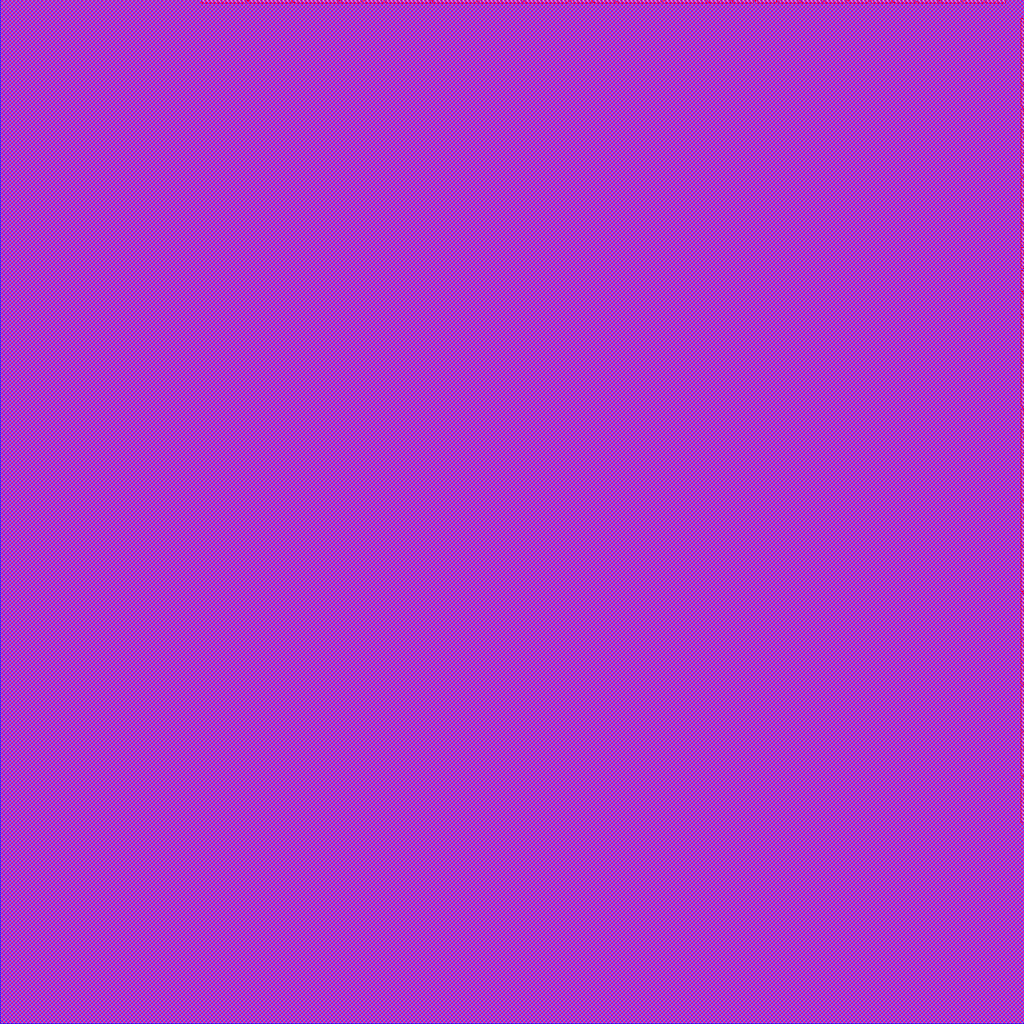
<source format=lef>
# Copyright 2022 GlobalFoundries PDK Authors
#
# Licensed under the Apache License, Version 2.0 (the "License");
# you may not use this file except in compliance with the License.
# You may obtain a copy of the License at
#
#     http://www.apache.org/licenses/LICENSE-2.0
#
# Unless required by applicable law or agreed to in writing, software
# distributed under the License is distributed on an "AS IS" BASIS,
# WITHOUT WARRANTIES OR CONDITIONS OF ANY KIND, either express or implied.
# See the License for the specific language governing permissions and
# limitations under the License.

MACRO gf180mcu_ocd_io__cor
  CLASS ENDCAP BOTTOMLEFT ;
  ORIGIN 0 0 ;
  FOREIGN gf180mcu_ocd_io__cor 0 0 ;
  SIZE 355 BY 355 ;
  SYMMETRY X Y R90 ;
  SITE GF_COR_Site ;
  PIN DVDD
    DIRECTION INOUT ;
    USE POWER ;
    PORT
      LAYER Metal3 ;
        RECT 334 354 341 355 ;
    END
    PORT
      LAYER Metal3 ;
        RECT 354 334 355 341 ;
    END
    PORT
      LAYER Metal3 ;
        RECT 294 354 301 355 ;
    END
    PORT
      LAYER Metal3 ;
        RECT 354 294 355 301 ;
    END
    PORT
      LAYER Metal3 ;
        RECT 278 354 285 355 ;
    END
    PORT
      LAYER Metal3 ;
        RECT 354 278 355 285 ;
    END
    PORT
      LAYER Metal3 ;
        RECT 270 354 277 355 ;
    END
    PORT
      LAYER Metal3 ;
        RECT 354 270 355 277 ;
    END
    PORT
      LAYER Metal3 ;
        RECT 262 354 269 355 ;
    END
    PORT
      LAYER Metal3 ;
        RECT 354 262 355 269 ;
    END
    PORT
      LAYER Metal3 ;
        RECT 214 354 229 355 ;
    END
    PORT
      LAYER Metal3 ;
        RECT 354 214 355 229 ;
    END
    PORT
      LAYER Metal3 ;
        RECT 206 354 213 355 ;
    END
    PORT
      LAYER Metal3 ;
        RECT 354 206 355 213 ;
    END
    PORT
      LAYER Metal3 ;
        RECT 182 354 197 355 ;
    END
    PORT
      LAYER Metal3 ;
        RECT 354 182 355 197 ;
    END
    PORT
      LAYER Metal3 ;
        RECT 166 354 181 355 ;
    END
    PORT
      LAYER Metal3 ;
        RECT 354 166 355 181 ;
    END
    PORT
      LAYER Metal3 ;
        RECT 150 354 165 355 ;
    END
    PORT
      LAYER Metal3 ;
        RECT 354 150 355 165 ;
    END
    PORT
      LAYER Metal3 ;
        RECT 134 354 149 355 ;
    END
    PORT
      LAYER Metal3 ;
        RECT 354 134 355 149 ;
    END
    PORT
      LAYER Metal3 ;
        RECT 118 354 125 355 ;
    END
    PORT
      LAYER Metal4 ;
        RECT 334 354 341 355 ;
    END
    PORT
      LAYER Metal4 ;
        RECT 354 334 355 341 ;
    END
    PORT
      LAYER Metal4 ;
        RECT 294 354 301 355 ;
    END
    PORT
      LAYER Metal4 ;
        RECT 354 294 355 301 ;
    END
    PORT
      LAYER Metal4 ;
        RECT 278 354 285 355 ;
    END
    PORT
      LAYER Metal4 ;
        RECT 354 278 355 285 ;
    END
    PORT
      LAYER Metal4 ;
        RECT 270 354 277 355 ;
    END
    PORT
      LAYER Metal4 ;
        RECT 354 270 355 277 ;
    END
    PORT
      LAYER Metal4 ;
        RECT 262 354 269 355 ;
    END
    PORT
      LAYER Metal4 ;
        RECT 354 262 355 269 ;
    END
    PORT
      LAYER Metal4 ;
        RECT 214 354 229 355 ;
    END
    PORT
      LAYER Metal4 ;
        RECT 354 214 355 229 ;
    END
    PORT
      LAYER Metal4 ;
        RECT 206 354 213 355 ;
    END
    PORT
      LAYER Metal4 ;
        RECT 354 206 355 213 ;
    END
    PORT
      LAYER Metal4 ;
        RECT 182 354 197 355 ;
    END
    PORT
      LAYER Metal4 ;
        RECT 354 182 355 197 ;
    END
    PORT
      LAYER Metal4 ;
        RECT 166 354 181 355 ;
    END
    PORT
      LAYER Metal4 ;
        RECT 354 166 355 181 ;
    END
    PORT
      LAYER Metal4 ;
        RECT 150 354 165 355 ;
    END
    PORT
      LAYER Metal4 ;
        RECT 354 150 355 165 ;
    END
    PORT
      LAYER Metal4 ;
        RECT 134 354 149 355 ;
    END
    PORT
      LAYER Metal4 ;
        RECT 354 134 355 149 ;
    END
    PORT
      LAYER Metal4 ;
        RECT 118 354 125 355 ;
    END
    PORT
      LAYER Metal5 ;
        RECT 334 354 341 355 ;
    END
    PORT
      LAYER Metal5 ;
        RECT 354 334 355 341 ;
    END
    PORT
      LAYER Metal5 ;
        RECT 294 354 301 355 ;
    END
    PORT
      LAYER Metal5 ;
        RECT 354 294 355 301 ;
    END
    PORT
      LAYER Metal5 ;
        RECT 278 354 285 355 ;
    END
    PORT
      LAYER Metal5 ;
        RECT 354 278 355 285 ;
    END
    PORT
      LAYER Metal5 ;
        RECT 270 354 277 355 ;
    END
    PORT
      LAYER Metal5 ;
        RECT 354 270 355 277 ;
    END
    PORT
      LAYER Metal5 ;
        RECT 262 354 269 355 ;
    END
    PORT
      LAYER Metal5 ;
        RECT 354 262 355 269 ;
    END
    PORT
      LAYER Metal5 ;
        RECT 214 354 229 355 ;
    END
    PORT
      LAYER Metal5 ;
        RECT 354 214 355 229 ;
    END
    PORT
      LAYER Metal5 ;
        RECT 206 354 213 355 ;
    END
    PORT
      LAYER Metal5 ;
        RECT 354 206 355 213 ;
    END
    PORT
      LAYER Metal5 ;
        RECT 182 354 197 355 ;
    END
    PORT
      LAYER Metal5 ;
        RECT 354 182 355 197 ;
    END
    PORT
      LAYER Metal5 ;
        RECT 166 354 181 355 ;
    END
    PORT
      LAYER Metal5 ;
        RECT 354 166 355 181 ;
    END
    PORT
      LAYER Metal5 ;
        RECT 150 354 165 355 ;
    END
    PORT
      LAYER Metal5 ;
        RECT 354 150 355 165 ;
    END
    PORT
      LAYER Metal5 ;
        RECT 134 354 149 355 ;
    END
    PORT
      LAYER Metal5 ;
        RECT 354 134 355 149 ;
    END
    PORT
      LAYER Metal5 ;
        RECT 118 354 125 355 ;
    END
    PORT
      LAYER Metal5 ;
        RECT 354 118 355 125 ;
    END
    PORT
      LAYER Metal4 ;
        RECT 354 118 355 125 ;
    END
    PORT
      LAYER Metal3 ;
        RECT 354 118 355 125 ;
    END
  END DVDD
  PIN DVSS
    DIRECTION INOUT ;
    USE GROUND ;
    PORT
      LAYER Metal3 ;
        RECT 342 354 348.39 355 ;
    END
    PORT
      LAYER Metal3 ;
        RECT 354 342 355 348.39 ;
    END
    PORT
      LAYER Metal3 ;
        RECT 326 354 333 355 ;
    END
    PORT
      LAYER Metal3 ;
        RECT 354 326 355 333 ;
    END
    PORT
      LAYER Metal3 ;
        RECT 302 354 309 355 ;
    END
    PORT
      LAYER Metal3 ;
        RECT 354 302 355 309 ;
    END
    PORT
      LAYER Metal3 ;
        RECT 286 354 293 355 ;
    END
    PORT
      LAYER Metal3 ;
        RECT 354 286 355 293 ;
    END
    PORT
      LAYER Metal3 ;
        RECT 230 354 245 355 ;
    END
    PORT
      LAYER Metal3 ;
        RECT 354 230 355 245 ;
    END
    PORT
      LAYER Metal3 ;
        RECT 198 354 205 355 ;
    END
    PORT
      LAYER Metal3 ;
        RECT 354 198 355 205 ;
    END
    PORT
      LAYER Metal3 ;
        RECT 126 354 133 355 ;
    END
    PORT
      LAYER Metal3 ;
        RECT 354 126 355 133 ;
    END
    PORT
      LAYER Metal3 ;
        RECT 102 354 117 355 ;
    END
    PORT
      LAYER Metal3 ;
        RECT 354 102 355 117 ;
    END
    PORT
      LAYER Metal3 ;
        RECT 86 354 101 355 ;
    END
    PORT
      LAYER Metal3 ;
        RECT 354 86 355 101 ;
    END
    PORT
      LAYER Metal3 ;
        RECT 70 354 85 355 ;
    END
    PORT
      LAYER Metal4 ;
        RECT 342 354 348.39 355 ;
    END
    PORT
      LAYER Metal4 ;
        RECT 354 342 355 348.39 ;
    END
    PORT
      LAYER Metal4 ;
        RECT 326 354 333 355 ;
    END
    PORT
      LAYER Metal4 ;
        RECT 354 326 355 333 ;
    END
    PORT
      LAYER Metal4 ;
        RECT 302 354 309 355 ;
    END
    PORT
      LAYER Metal4 ;
        RECT 354 302 355 309 ;
    END
    PORT
      LAYER Metal4 ;
        RECT 286 354 293 355 ;
    END
    PORT
      LAYER Metal4 ;
        RECT 354 286 355 293 ;
    END
    PORT
      LAYER Metal4 ;
        RECT 230 354 245 355 ;
    END
    PORT
      LAYER Metal4 ;
        RECT 354 230 355 245 ;
    END
    PORT
      LAYER Metal4 ;
        RECT 198 354 205 355 ;
    END
    PORT
      LAYER Metal4 ;
        RECT 354 198 355 205 ;
    END
    PORT
      LAYER Metal4 ;
        RECT 126 354 133 355 ;
    END
    PORT
      LAYER Metal4 ;
        RECT 354 126 355 133 ;
    END
    PORT
      LAYER Metal4 ;
        RECT 102 354 117 355 ;
    END
    PORT
      LAYER Metal4 ;
        RECT 354 102 355 117 ;
    END
    PORT
      LAYER Metal4 ;
        RECT 86 354 101 355 ;
    END
    PORT
      LAYER Metal4 ;
        RECT 354 86 355 101 ;
    END
    PORT
      LAYER Metal4 ;
        RECT 70 354 85 355 ;
    END
    PORT
      LAYER Metal5 ;
        RECT 342 354 348.39 355 ;
    END
    PORT
      LAYER Metal5 ;
        RECT 354 342 355 348.39 ;
    END
    PORT
      LAYER Metal5 ;
        RECT 326 354 333 355 ;
    END
    PORT
      LAYER Metal5 ;
        RECT 354 326 355 333 ;
    END
    PORT
      LAYER Metal5 ;
        RECT 302 354 309 355 ;
    END
    PORT
      LAYER Metal5 ;
        RECT 354 302 355 309 ;
    END
    PORT
      LAYER Metal5 ;
        RECT 286 354 293 355 ;
    END
    PORT
      LAYER Metal5 ;
        RECT 354 286 355 293 ;
    END
    PORT
      LAYER Metal5 ;
        RECT 230 354 245 355 ;
    END
    PORT
      LAYER Metal5 ;
        RECT 354 230 355 245 ;
    END
    PORT
      LAYER Metal5 ;
        RECT 198 354 205 355 ;
    END
    PORT
      LAYER Metal5 ;
        RECT 354 198 355 205 ;
    END
    PORT
      LAYER Metal5 ;
        RECT 126 354 133 355 ;
    END
    PORT
      LAYER Metal5 ;
        RECT 354 126 355 133 ;
    END
    PORT
      LAYER Metal5 ;
        RECT 102 354 117 355 ;
    END
    PORT
      LAYER Metal5 ;
        RECT 354 102 355 117 ;
    END
    PORT
      LAYER Metal5 ;
        RECT 86 354 101 355 ;
    END
    PORT
      LAYER Metal5 ;
        RECT 354 86 355 101 ;
    END
    PORT
      LAYER Metal5 ;
        RECT 70 354 85 355 ;
    END
    PORT
      LAYER Metal5 ;
        RECT 354 70 355 85 ;
    END
    PORT
      LAYER Metal4 ;
        RECT 354 70 355 85 ;
    END
    PORT
      LAYER Metal3 ;
        RECT 354 70 355 85 ;
    END
  END DVSS
  PIN VDD
    DIRECTION INOUT ;
    USE POWER ;
    PORT
      LAYER Metal3 ;
        RECT 310 354 317 355 ;
    END
    PORT
      LAYER Metal3 ;
        RECT 354 310 355 317 ;
    END
    PORT
      LAYER Metal3 ;
        RECT 254 354 261 355 ;
    END
    PORT
      LAYER Metal4 ;
        RECT 310 354 317 355 ;
    END
    PORT
      LAYER Metal4 ;
        RECT 354 310 355 317 ;
    END
    PORT
      LAYER Metal4 ;
        RECT 254 354 261 355 ;
    END
    PORT
      LAYER Metal5 ;
        RECT 310 354 317 355 ;
    END
    PORT
      LAYER Metal5 ;
        RECT 354 310 355 317 ;
    END
    PORT
      LAYER Metal5 ;
        RECT 254 354 261 355 ;
    END
    PORT
      LAYER Metal5 ;
        RECT 354 254 355 261 ;
    END
    PORT
      LAYER Metal4 ;
        RECT 354 254 355 261 ;
    END
    PORT
      LAYER Metal3 ;
        RECT 354 254 355 261 ;
    END
  END VDD
  PIN VSS
    DIRECTION INOUT ;
    USE GROUND ;
    PORT
      LAYER Metal3 ;
        RECT 318 354 325 355 ;
    END
    PORT
      LAYER Metal3 ;
        RECT 354 318 355 325 ;
    END
    PORT
      LAYER Metal3 ;
        RECT 246 354 253 355 ;
    END
    PORT
      LAYER Metal4 ;
        RECT 318 354 325 355 ;
    END
    PORT
      LAYER Metal4 ;
        RECT 354 318 355 325 ;
    END
    PORT
      LAYER Metal4 ;
        RECT 246 354 253 355 ;
    END
    PORT
      LAYER Metal5 ;
        RECT 318 354 325 355 ;
    END
    PORT
      LAYER Metal5 ;
        RECT 354 318 355 325 ;
    END
    PORT
      LAYER Metal5 ;
        RECT 246 354 253 355 ;
    END
    PORT
      LAYER Metal5 ;
        RECT 354 246 355 253 ;
    END
    PORT
      LAYER Metal4 ;
        RECT 354 246 355 253 ;
    END
    PORT
      LAYER Metal3 ;
        RECT 354 246 355 253 ;
    END
  END VSS
  OBS
    LAYER Metal1 ;
      RECT 0 0 355 355 ;
    LAYER Metal2 ;
      RECT 0 0 355 355 ;
    LAYER Metal3 ;
      POLYGON 355 69.72 353.72 69.72 353.72 85.28 355 85.28 355 85.72 353.72 85.72 353.72 101.28 355 101.28 355 101.72 353.72 101.72 353.72 117.28 355 117.28 355 117.72 353.72 117.72 353.72 125.28 355 125.28 355 125.72 353.72 125.72 353.72 133.28 355 133.28 355 133.72 353.72 133.72 353.72 149.28 355 149.28 355 149.72 353.72 149.72 353.72 165.28 355 165.28 355 165.72 353.72 165.72 353.72 181.28 355 181.28 355 181.72 353.72 181.72 353.72 197.28 355 197.28 355 197.72 353.72 197.72 353.72 205.28 355 205.28 355 205.72 353.72 205.72 353.72 213.28 355 213.28 355 213.72 353.72 213.72 353.72 229.28 355 229.28 355 229.72 353.72 229.72 353.72 245.28 355 245.28 355 245.72 353.72 245.72 353.72 253.28 355 253.28 355 253.72 353.72 253.72 353.72 261.28 355 261.28 355 261.72 353.72 261.72 353.72 269.28 355 269.28 355 269.72 353.72 269.72 353.72 277.28 355 277.28 355 277.72 353.72 277.72 353.72 285.28 355 285.28 355 285.72 353.72 285.72 353.72 293.28 355 293.28 355 293.72 353.72 293.72 353.72 301.28 355 301.28 355 301.72 353.72 301.72 353.72 309.28 355 309.28 355 309.72 353.72 309.72 353.72 317.28 355 317.28 355 317.72 353.72 317.72 353.72 325.28 355 325.28 355 325.72 353.72 325.72 353.72 333.28 355 333.28 355 333.72 353.72 333.72 353.72 341.28 355 341.28 355 341.72 353.72 341.72 353.72 348.67 355 348.67 355 355 348.67 355 348.67 353.72 341.72 353.72 341.72 355 341.28 355 341.28 353.72 333.72 353.72 333.72 355 333.28 355 333.28 353.72 325.72 353.72 325.72 355 325.28 355 325.28 353.72 317.72 353.72 317.72 355 317.28 355 317.28 353.72 309.72 353.72 309.72 355 309.28 355 309.28 353.72 301.72 353.72 301.72 355 301.28 355 301.28 353.72 293.72 353.72 293.72 355 293.28 355 293.28 353.72 285.72 353.72 285.72 355 285.28 355 285.28 353.72 277.72 353.72 277.72 355 277.28 355 277.28 353.72 269.72 353.72 269.72 355 269.28 355 269.28 353.72 261.72 353.72 261.72 355 261.28 355 261.28 353.72 253.72 353.72 253.72 355 253.28 355 253.28 353.72 245.72 353.72 245.72 355 245.28 355 245.28 353.72 229.72 353.72 229.72 355 229.28 355 229.28 353.72 213.72 353.72 213.72 355 213.28 355 213.28 353.72 205.72 353.72 205.72 355 205.28 355 205.28 353.72 197.72 353.72 197.72 355 197.28 355 197.28 353.72 181.72 353.72 181.72 355 181.28 355 181.28 353.72 165.72 353.72 165.72 355 165.28 355 165.28 353.72 149.72 353.72 149.72 355 149.28 355 149.28 353.72 133.72 353.72 133.72 355 133.28 355 133.28 353.72 125.72 353.72 125.72 355 125.28 355 125.28 353.72 117.72 353.72 117.72 355 117.28 355 117.28 353.72 101.72 353.72 101.72 355 101.28 355 101.28 353.72 85.72 353.72 85.72 355 85.28 355 85.28 353.72 69.72 353.72 69.72 355 0 355 0 0 355 0 ;
    LAYER Metal4 ;
      POLYGON 355 69.72 353.72 69.72 353.72 85.28 355 85.28 355 85.72 353.72 85.72 353.72 101.28 355 101.28 355 101.72 353.72 101.72 353.72 117.28 355 117.28 355 117.72 353.72 117.72 353.72 125.28 355 125.28 355 125.72 353.72 125.72 353.72 133.28 355 133.28 355 133.72 353.72 133.72 353.72 149.28 355 149.28 355 149.72 353.72 149.72 353.72 165.28 355 165.28 355 165.72 353.72 165.72 353.72 181.28 355 181.28 355 181.72 353.72 181.72 353.72 197.28 355 197.28 355 197.72 353.72 197.72 353.72 205.28 355 205.28 355 205.72 353.72 205.72 353.72 213.28 355 213.28 355 213.72 353.72 213.72 353.72 229.28 355 229.28 355 229.72 353.72 229.72 353.72 245.28 355 245.28 355 245.72 353.72 245.72 353.72 253.28 355 253.28 355 253.72 353.72 253.72 353.72 261.28 355 261.28 355 261.72 353.72 261.72 353.72 269.28 355 269.28 355 269.72 353.72 269.72 353.72 277.28 355 277.28 355 277.72 353.72 277.72 353.72 285.28 355 285.28 355 285.72 353.72 285.72 353.72 293.28 355 293.28 355 293.72 353.72 293.72 353.72 301.28 355 301.28 355 301.72 353.72 301.72 353.72 309.28 355 309.28 355 309.72 353.72 309.72 353.72 317.28 355 317.28 355 317.72 353.72 317.72 353.72 325.28 355 325.28 355 325.72 353.72 325.72 353.72 333.28 355 333.28 355 333.72 353.72 333.72 353.72 341.28 355 341.28 355 341.72 353.72 341.72 353.72 348.67 355 348.67 355 355 348.67 355 348.67 353.72 341.72 353.72 341.72 355 341.28 355 341.28 353.72 333.72 353.72 333.72 355 333.28 355 333.28 353.72 325.72 353.72 325.72 355 325.28 355 325.28 353.72 317.72 353.72 317.72 355 317.28 355 317.28 353.72 309.72 353.72 309.72 355 309.28 355 309.28 353.72 301.72 353.72 301.72 355 301.28 355 301.28 353.72 293.72 353.72 293.72 355 293.28 355 293.28 353.72 285.72 353.72 285.72 355 285.28 355 285.28 353.72 277.72 353.72 277.72 355 277.28 355 277.28 353.72 269.72 353.72 269.72 355 269.28 355 269.28 353.72 261.72 353.72 261.72 355 261.28 355 261.28 353.72 253.72 353.72 253.72 355 253.28 355 253.28 353.72 245.72 353.72 245.72 355 245.28 355 245.28 353.72 229.72 353.72 229.72 355 229.28 355 229.28 353.72 213.72 353.72 213.72 355 213.28 355 213.28 353.72 205.72 353.72 205.72 355 205.28 355 205.28 353.72 197.72 353.72 197.72 355 197.28 355 197.28 353.72 181.72 353.72 181.72 355 181.28 355 181.28 353.72 165.72 353.72 165.72 355 165.28 355 165.28 353.72 149.72 353.72 149.72 355 149.28 355 149.28 353.72 133.72 353.72 133.72 355 133.28 355 133.28 353.72 125.72 353.72 125.72 355 125.28 355 125.28 353.72 117.72 353.72 117.72 355 117.28 355 117.28 353.72 101.72 353.72 101.72 355 101.28 355 101.28 353.72 85.72 353.72 85.72 355 85.28 355 85.28 353.72 69.72 353.72 69.72 355 0 355 0 0 355 0 ;
    LAYER Metal5 ;
      POLYGON 355 69.72 353.72 69.72 353.72 85.28 355 85.28 355 85.72 353.72 85.72 353.72 101.28 355 101.28 355 101.72 353.72 101.72 353.72 117.28 355 117.28 355 117.72 353.72 117.72 353.72 125.28 355 125.28 355 125.72 353.72 125.72 353.72 133.28 355 133.28 355 133.72 353.72 133.72 353.72 149.28 355 149.28 355 149.72 353.72 149.72 353.72 165.28 355 165.28 355 165.72 353.72 165.72 353.72 181.28 355 181.28 355 181.72 353.72 181.72 353.72 197.28 355 197.28 355 197.72 353.72 197.72 353.72 205.28 355 205.28 355 205.72 353.72 205.72 353.72 213.28 355 213.28 355 213.72 353.72 213.72 353.72 229.28 355 229.28 355 229.72 353.72 229.72 353.72 245.28 355 245.28 355 245.72 353.72 245.72 353.72 253.28 355 253.28 355 253.72 353.72 253.72 353.72 261.28 355 261.28 355 261.72 353.72 261.72 353.72 269.28 355 269.28 355 269.72 353.72 269.72 353.72 277.28 355 277.28 355 277.72 353.72 277.72 353.72 285.28 355 285.28 355 285.72 353.72 285.72 353.72 293.28 355 293.28 355 293.72 353.72 293.72 353.72 301.28 355 301.28 355 301.72 353.72 301.72 353.72 309.28 355 309.28 355 309.72 353.72 309.72 353.72 317.28 355 317.28 355 317.72 353.72 317.72 353.72 325.28 355 325.28 355 325.72 353.72 325.72 353.72 333.28 355 333.28 355 333.72 353.72 333.72 353.72 341.28 355 341.28 355 341.72 353.72 341.72 353.72 348.67 355 348.67 355 355 348.67 355 348.67 353.72 341.72 353.72 341.72 355 341.28 355 341.28 353.72 333.72 353.72 333.72 355 333.28 355 333.28 353.72 325.72 353.72 325.72 355 325.28 355 325.28 353.72 317.72 353.72 317.72 355 317.28 355 317.28 353.72 309.72 353.72 309.72 355 309.28 355 309.28 353.72 301.72 353.72 301.72 355 301.28 355 301.28 353.72 293.72 353.72 293.72 355 293.28 355 293.28 353.72 285.72 353.72 285.72 355 285.28 355 285.28 353.72 277.72 353.72 277.72 355 277.28 355 277.28 353.72 269.72 353.72 269.72 355 269.28 355 269.28 353.72 261.72 353.72 261.72 355 261.28 355 261.28 353.72 253.72 353.72 253.72 355 253.28 355 253.28 353.72 245.72 353.72 245.72 355 245.28 355 245.28 353.72 229.72 353.72 229.72 355 229.28 355 229.28 353.72 213.72 353.72 213.72 355 213.28 355 213.28 353.72 205.72 353.72 205.72 355 205.28 355 205.28 353.72 197.72 353.72 197.72 355 197.28 355 197.28 353.72 181.72 353.72 181.72 355 181.28 355 181.28 353.72 165.72 353.72 165.72 355 165.28 355 165.28 353.72 149.72 353.72 149.72 355 149.28 355 149.28 353.72 133.72 353.72 133.72 355 133.28 355 133.28 353.72 125.72 353.72 125.72 355 125.28 355 125.28 353.72 117.72 353.72 117.72 355 117.28 355 117.28 353.72 101.72 353.72 101.72 355 101.28 355 101.28 353.72 85.72 353.72 85.72 355 85.28 355 85.28 353.72 69.72 353.72 69.72 355 0 355 0 0 355 0 ;
    LAYER Via1 ;
      RECT 0 0 355 355 ;
    LAYER Via2 ;
      RECT 0 0 355 355 ;
    LAYER Via3 ;
      RECT 0 0 355 355 ;
    LAYER Via4 ;
      RECT 0 0 355 355 ;
  END

END gf180mcu_ocd_io__cor

</source>
